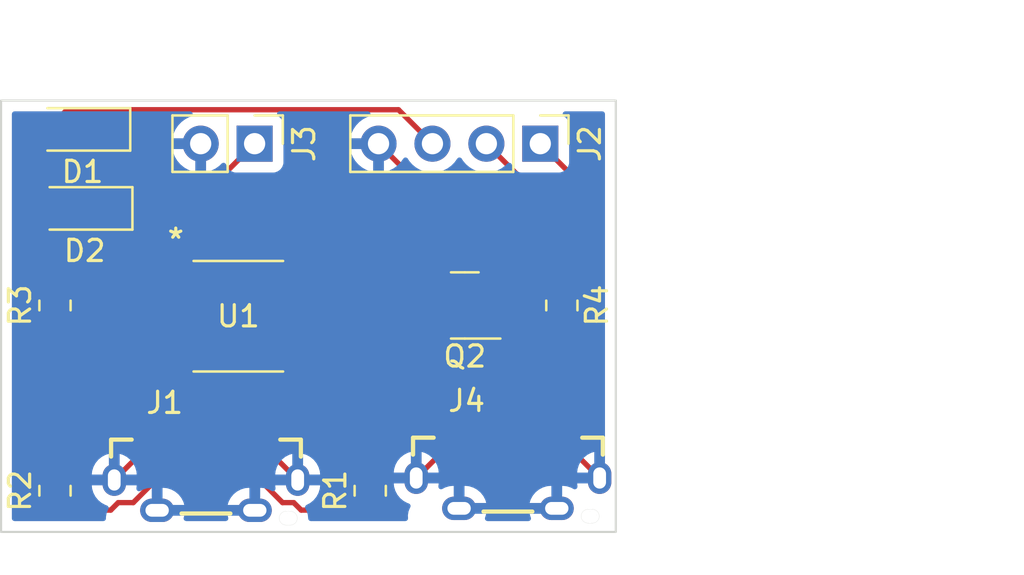
<source format=kicad_pcb>
(kicad_pcb (version 20211014) (generator pcbnew)
  (layers (0 "F.Cu" signal) (31 "B.Cu" signal) (34 "B.Paste" user) (35 "F.Paste" user) (36 "B.SilkS" user "B.Silkscreen") (37 "F.SilkS" user "F.Silkscreen") (38 "B.Mask" user) (39 "F.Mask" user) (44 "Edge.Cuts" user))
  (net 0 "")
  (net 1 "Net-(D1-Pad1)")
  (net 2 "GPIO1")
  (net 3 "Net-(D2-Pad2)")
  (net 4 "GND")
  (net 5 "GPIO0")
  (net 6 "Net-(J1-PadA9)")
  (net 7 "+5V")
  (net 8 "Net-(Q2-Pad1)")
  (net 11 "Net-(J1-PadA5)")
  (net 12 "Net-(J1-PadB5)")
  (footprint "Resistor_SMD:R_0805_2012Metric" (layer "F.Cu") (at 125.593 84.42 90)
    (fp_text reference "R1" (at 0 -1.65 90) (layer "F.SilkS"))
    (fp_text value "5k1")
    (fp_line (start -0.227064 0.735) (end 0.227064 0.735) (layer "F.SilkS") (width 0.12))
    (fp_line (start -0.227064 -0.735) (end 0.227064 -0.735) (layer "F.SilkS") (width 0.12))
    (pad "1" smd roundrect (at -0.9125 0 90) (size 1.025 1.4) (layers "F.Cu" "F.Paste" "F.Mask") (roundrect_rratio 0.243902) (net 12 "Net-(J1-PadB5)"))
    (pad "2" smd roundrect (at 0.9125 0 90) (size 1.025 1.4) (layers "F.Cu" "F.Paste" "F.Mask") (roundrect_rratio 0.243902) (net 4 "GND"))
  )
  (footprint "Resistor_SMD:R_0805_2012Metric" (layer "F.Cu") (at 134.62 75.692 -90)
    (fp_text reference "R4" (at 0 -1.65 -90) (layer "F.SilkS"))
    (fp_text value "100k")
    (fp_line (start -0.227064 -0.735) (end 0.227064 -0.735) (layer "F.SilkS") (width 0.12))
    (fp_line (start -0.227064 0.735) (end 0.227064 0.735) (layer "F.SilkS") (width 0.12))
    (pad "1" smd roundrect (at -0.9125 0 270) (size 1.025 1.4) (layers "F.Cu" "F.Paste" "F.Mask") (roundrect_rratio 0.243902) (net 5 "GPIO0"))
    (pad "2" smd roundrect (at 0.9125 0 270) (size 1.025 1.4) (layers "F.Cu" "F.Paste" "F.Mask") (roundrect_rratio 0.243902) (net 8 "Net-(Q2-Pad1)"))
  )
  (footprint "USB4140-GF-0230-C_REV0:GCT_USB4140-GF-0230-C_REV0.4" (layer "F.Cu") (at 132.08 83.82)
    (fp_text reference "J4" (at -1.945 -3.635) (layer "F.SilkS"))
    (fp_text value "USB4140-GF-0230-C_REV0.4")
    (fp_line (start -4.47 -1.1) (end -4.47 -1.9) (layer "F.SilkS") (width 0.2))
    (fp_line (start -4.47 -1.9) (end -3.5 -1.9) (layer "F.SilkS") (width 0.2))
    (fp_line (start 4.47 -1.9) (end 4.47 -1.1) (layer "F.SilkS") (width 0.2))
    (fp_line (start -1.15 1.58) (end 1.15 1.58) (layer "F.SilkS") (width 0.2))
    (fp_line (start 3.5 -1.9) (end 4.47 -1.9) (layer "F.SilkS") (width 0.2))
    (fp_line (start 3.975 2.125) (end 3.775 2.125) (layer "Edge.Cuts") (width 0.01))
    (fp_line (start 3.775 1.475) (end 3.975 1.475) (layer "Edge.Cuts") (width 0.01))
    (fp_arc (start 3.45 1.8) (mid 3.54519 1.57019) (end 3.775 1.475) (layer "Edge.Cuts") (width 0.01))
    (fp_arc (start 4.3 1.8) (mid 4.20481 2.02981) (end 3.975 2.125) (layer "Edge.Cuts") (width 0.01))
    (fp_arc (start 3.775 2.125) (mid 3.54519 2.02981) (end 3.45 1.8) (layer "Edge.Cuts") (width 0.01))
    (fp_arc (start 3.975 1.475) (mid 4.20481 1.57019) (end 4.3 1.8) (layer "Edge.Cuts") (width 0.01))
    (pad "" np_thru_hole circle locked (at 3.875 1.8) (size 0.65 0.65) (drill 0.65) (layers *.Cu *.Mask))
    (pad "" np_thru_hole circle locked (at -3.875 1.8) (size 0.65 0.65) (drill 0.65) (layers *.Cu *.Mask))
    (pad "A5" smd rect locked (at -0.5 -1.2) (size 0.7 2) (layers "F.Cu" "F.Paste" "F.Mask"))
    (pad "A9" smd rect locked (at 1.52 -1.2) (size 0.76 2) (layers "F.Cu" "F.Paste" "F.Mask") (net 7 "+5V"))
    (pad "A12" smd rect locked (at 2.75 -1.2) (size 0.8 2) (layers "F.Cu" "F.Paste" "F.Mask") (net 4 "GND"))
    (pad "B5" smd rect locked (at 0.5 -1.2) (size 0.7 2) (layers "F.Cu" "F.Paste" "F.Mask"))
    (pad "B9" smd rect locked (at -1.52 -1.2) (size 0.76 2) (layers "F.Cu" "F.Paste" "F.Mask") (net 7 "+5V"))
    (pad "B12" smd rect locked (at -2.75 -1.2) (size 0.8 2) (layers "F.Cu" "F.Paste" "F.Mask") (net 4 "GND"))
    (pad "S1" thru_hole oval locked (at -4.32 0) (size 1.1 1.5) (drill oval 0.6 1) (layers *.Cu *.Mask) (net 4 "GND"))
    (pad "S2" thru_hole oval locked (at 4.32 0) (size 1.1 1.5) (drill oval 0.6 1) (layers *.Cu *.Mask) (net 4 "GND"))
    (pad "S3" thru_hole oval locked (at -2.3 1.43) (size 1.6 1.1) (drill oval 1.1 0.6) (layers *.Cu *.Mask) (net 4 "GND"))
    (pad "S4" thru_hole oval locked (at 2.3 1.43) (size 1.6 1.1) (drill oval 1.1 0.6) (layers *.Cu *.Mask) (net 4 "GND"))
  )
  (footprint "Connector_PinHeader_2.54mm:PinHeader_1x02_P2.54mm_Vertical" (layer "F.Cu") (at 120.147 68.072 -90)
    (fp_text reference "J3" (at 0 -2.33 90) (layer "F.SilkS"))
    (fp_text value "Conn_01x02_Male")
    (fp_line (start -1.33 1.27) (end -1.33 3.87) (layer "F.SilkS") (width 0.12))
    (fp_line (start 1.33 1.27) (end 1.33 3.87) (layer "F.SilkS") (width 0.12))
    (fp_line (start -1.33 0) (end -1.33 -1.33) (layer "F.SilkS") (width 0.12))
    (fp_line (start -1.33 -1.33) (end 0 -1.33) (layer "F.SilkS") (width 0.12))
    (fp_line (start -1.33 1.27) (end 1.33 1.27) (layer "F.SilkS") (width 0.12))
    (fp_line (start -1.33 3.87) (end 1.33 3.87) (layer "F.SilkS") (width 0.12))
    (pad "1" thru_hole rect (at 0 0 270) (size 1.7 1.7) (drill 1) (layers *.Cu *.Mask) (net 1 "Net-(D1-Pad1)"))
    (pad "2" thru_hole oval (at 0 2.54 270) (size 1.7 1.7) (drill 1) (layers *.Cu *.Mask) (net 4 "GND"))
  )
  (footprint "footprints:DMP3028LSD-13" (layer "F.Cu") (at 119.38 76.2)
    (fp_text reference "U1" (at 0 0) (layer "F.SilkS"))
    (fp_text value "DMP3028LSD-13" hide)
    (fp_text user "*" (at -2.947401 -3.6068) (layer "F.SilkS"))
    (fp_line (start -2.1082 2.6035) (end 2.1082 2.6035) (layer "F.SilkS") (width 0.12))
    (fp_line (start 2.1082 -2.6035) (end -2.1082 -2.6035) (layer "F.SilkS") (width 0.12))
    (pad "1" smd rect (at -2.693401 -1.905) (size 1.4244 0.5588) (layers "F.Cu" "F.Paste" "F.Mask") (net 6 "Net-(J1-PadA9)"))
    (pad "2" smd rect (at -2.693401 -0.635) (size 1.4244 0.5588) (layers "F.Cu" "F.Paste" "F.Mask") (net 3 "Net-(D2-Pad2)"))
    (pad "3" smd rect (at -2.693401 0.635) (size 1.4244 0.5588) (layers "F.Cu" "F.Paste" "F.Mask") (net 6 "Net-(J1-PadA9)"))
    (pad "4" smd rect (at -2.693401 1.905) (size 1.4244 0.5588) (layers "F.Cu" "F.Paste" "F.Mask") (net 3 "Net-(D2-Pad2)"))
    (pad "5" smd rect (at 2.693401 1.905) (size 1.4244 0.5588) (layers "F.Cu" "F.Paste" "F.Mask") (net 7 "+5V"))
    (pad "6" smd rect (at 2.693401 0.635) (size 1.4244 0.5588) (layers "F.Cu" "F.Paste" "F.Mask") (net 7 "+5V"))
    (pad "7" smd rect (at 2.693401 -0.635) (size 1.4244 0.5588) (layers "F.Cu" "F.Paste" "F.Mask") (net 7 "+5V"))
    (pad "8" smd rect (at 2.693401 -1.905) (size 1.4244 0.5588) (layers "F.Cu" "F.Paste" "F.Mask") (net 7 "+5V"))
  )
  (footprint "Diode_SMD:D_SOD-123" (layer "F.Cu") (at 112.039 67.398046 180)
    (fp_text reference "D1" (at 0 -2) (layer "F.SilkS"))
    (fp_text value "1N4148W")
    (fp_line (start -2.25 1) (end 1.65 1) (layer "F.SilkS") (width 0.12))
    (fp_line (start -2.25 -1) (end 1.65 -1) (layer "F.SilkS") (width 0.12))
    (fp_line (start -2.25 -1) (end -2.25 1) (layer "F.SilkS") (width 0.12))
    (pad "1" smd rect (at -1.65 0 180) (size 0.9 1.2) (layers "F.Cu" "F.Paste" "F.Mask") (net 1 "Net-(D1-Pad1)"))
    (pad "2" smd rect (at 1.65 0 180) (size 0.9 1.2) (layers "F.Cu" "F.Paste" "F.Mask") (net 2 "GPIO1"))
  )
  (footprint "Resistor_SMD:R_0805_2012Metric" (layer "F.Cu") (at 110.744 75.692 90)
    (fp_text reference "R3" (at 0 -1.65 90) (layer "F.SilkS"))
    (fp_text value "100k")
    (fp_line (start -0.227064 0.735) (end 0.227064 0.735) (layer "F.SilkS") (width 0.12))
    (fp_line (start -0.227064 -0.735) (end 0.227064 -0.735) (layer "F.SilkS") (width 0.12))
    (pad "1" smd roundrect (at -0.9125 0 90) (size 1.025 1.4) (layers "F.Cu" "F.Paste" "F.Mask") (roundrect_rratio 0.243902) (net 6 "Net-(J1-PadA9)"))
    (pad "2" smd roundrect (at 0.9125 0 90) (size 1.025 1.4) (layers "F.Cu" "F.Paste" "F.Mask") (roundrect_rratio 0.243902) (net 3 "Net-(D2-Pad2)"))
  )
  (footprint "USB4140-GF-0230-C_REV0:GCT_USB4140-GF-0230-C_REV0.4" (layer "F.Cu") (at 117.856 83.912)
    (fp_text reference "J1" (at -1.945 -3.635) (layer "F.SilkS"))
    (fp_text value "USB4140-GF-0230-C_REV0.4")
    (fp_line (start -4.47 -1.9) (end -3.5 -1.9) (layer "F.SilkS") (width 0.2))
    (fp_line (start -4.47 -1.1) (end -4.47 -1.9) (layer "F.SilkS") (width 0.2))
    (fp_line (start 3.5 -1.9) (end 4.47 -1.9) (layer "F.SilkS") (width 0.2))
    (fp_line (start -1.15 1.58) (end 1.15 1.58) (layer "F.SilkS") (width 0.2))
    (fp_line (start 4.47 -1.9) (end 4.47 -1.1) (layer "F.SilkS") (width 0.2))
    (fp_line (start 3.975 2.125) (end 3.775 2.125) (layer "Edge.Cuts") (width 0.01))
    (fp_line (start 3.775 1.475) (end 3.975 1.475) (layer "Edge.Cuts") (width 0.01))
    (fp_arc (start 4.3 1.8) (mid 4.20481 2.02981) (end 3.975 2.125) (layer "Edge.Cuts") (width 0.01))
    (fp_arc (start 3.975 1.475) (mid 4.20481 1.57019) (end 4.3 1.8) (layer "Edge.Cuts") (width 0.01))
    (fp_arc (start 3.45 1.8) (mid 3.54519 1.57019) (end 3.775 1.475) (layer "Edge.Cuts") (width 0.01))
    (fp_arc (start 3.775 2.125) (mid 3.54519 2.02981) (end 3.45 1.8) (layer "Edge.Cuts") (width 0.01))
    (pad "" np_thru_hole circle locked (at -3.875 1.8) (size 0.65 0.65) (drill 0.65) (layers *.Cu *.Mask))
    (pad "" np_thru_hole circle locked (at 3.875 1.8) (size 0.65 0.65) (drill 0.65) (layers *.Cu *.Mask))
    (pad "A5" smd rect locked (at -0.5 -1.2) (size 0.7 2) (layers "F.Cu" "F.Paste" "F.Mask") (net 11 "Net-(J1-PadA5)"))
    (pad "A9" smd rect locked (at 1.52 -1.2) (size 0.76 2) (layers "F.Cu" "F.Paste" "F.Mask") (net 6 "Net-(J1-PadA9)"))
    (pad "A12" smd rect locked (at 2.75 -1.2) (size 0.8 2) (layers "F.Cu" "F.Paste" "F.Mask") (net 4 "GND"))
    (pad "B5" smd rect locked (at 0.5 -1.2) (size 0.7 2) (layers "F.Cu" "F.Paste" "F.Mask") (net 12 "Net-(J1-PadB5)"))
    (pad "B9" smd rect locked (at -1.52 -1.2) (size 0.76 2) (layers "F.Cu" "F.Paste" "F.Mask") (net 6 "Net-(J1-PadA9)"))
    (pad "B12" smd rect locked (at -2.75 -1.2) (size 0.8 2) (layers "F.Cu" "F.Paste" "F.Mask") (net 4 "GND"))
    (pad "S1" thru_hole oval locked (at -4.32 0) (size 1.1 1.5) (drill oval 0.6 1) (layers *.Cu *.Mask) (net 4 "GND"))
    (pad "S2" thru_hole oval locked (at 4.32 0) (size 1.1 1.5) (drill oval 0.6 1) (layers *.Cu *.Mask) (net 4 "GND"))
    (pad "S3" thru_hole oval locked (at -2.3 1.43) (size 1.6 1.1) (drill oval 1.1 0.6) (layers *.Cu *.Mask) (net 4 "GND"))
    (pad "S4" thru_hole oval locked (at 2.3 1.43) (size 1.6 1.1) (drill oval 1.1 0.6) (layers *.Cu *.Mask) (net 4 "GND"))
  )
  (footprint "Resistor_SMD:R_0805_2012Metric" (layer "F.Cu") (at 110.744 84.42 90)
    (fp_text reference "R2" (at 0 -1.65 90) (layer "F.SilkS"))
    (fp_text value "5k1")
    (fp_line (start -0.227064 0.735) (end 0.227064 0.735) (layer "F.SilkS") (width 0.12))
    (fp_line (start -0.227064 -0.735) (end 0.227064 -0.735) (layer "F.SilkS") (width 0.12))
    (pad "1" smd roundrect (at -0.9125 0 90) (size 1.025 1.4) (layers "F.Cu" "F.Paste" "F.Mask") (roundrect_rratio 0.243902) (net 11 "Net-(J1-PadA5)"))
    (pad "2" smd roundrect (at 0.9125 0 90) (size 1.025 1.4) (layers "F.Cu" "F.Paste" "F.Mask") (roundrect_rratio 0.243902) (net 4 "GND"))
  )
  (footprint "Package_TO_SOT_SMD:SOT-23" (layer "F.Cu") (at 130.048 75.692 180)
    (fp_text reference "Q2" (at 0 -2.4) (layer "F.SilkS"))
    (fp_text value "MMBT3904")
    (fp_line (start 0 -1.56) (end -1.675 -1.56) (layer "F.SilkS") (width 0.12))
    (fp_line (start 0 1.56) (end 0.65 1.56) (layer "F.SilkS") (width 0.12))
    (fp_line (start 0 1.56) (end -0.65 1.56) (layer "F.SilkS") (width 0.12))
    (fp_line (start 0 -1.56) (end 0.65 -1.56) (layer "F.SilkS") (width 0.12))
    (pad "1" smd roundrect (at -0.9375 -0.95 180) (size 1.475 0.6) (layers "F.Cu" "F.Paste" "F.Mask") (net 8 "Net-(Q2-Pad1)"))
    (pad "2" smd roundrect (at -0.9375 0.95 180) (size 1.475 0.6) (layers "F.Cu" "F.Paste" "F.Mask") (net 4 "GND"))
    (pad "3" smd roundrect (at 0.9375 0 180) (size 1.475 0.6) (layers "F.Cu" "F.Paste" "F.Mask") (net 3 "Net-(D2-Pad2)"))
  )
  (footprint "Diode_SMD:D_SOD-123" (layer "F.Cu") (at 112.142 71.12 180)
    (fp_text reference "D2" (at 0 -2) (layer "F.SilkS"))
    (fp_text value "1N4148W")
    (fp_line (start -2.25 -1) (end -2.25 1) (layer "F.SilkS") (width 0.12))
    (fp_line (start -2.25 1) (end 1.65 1) (layer "F.SilkS") (width 0.12))
    (fp_line (start -2.25 -1) (end 1.65 -1) (layer "F.SilkS") (width 0.12))
    (pad "1" smd rect (at -1.65 0 180) (size 0.9 1.2) (layers "F.Cu" "F.Paste" "F.Mask") (net 1 "Net-(D1-Pad1)"))
    (pad "2" smd rect (at 1.65 0 180) (size 0.9 1.2) (layers "F.Cu" "F.Paste" "F.Mask") (net 3 "Net-(D2-Pad2)"))
  )
  (footprint "Connector_PinHeader_2.54mm:PinHeader_1x04_P2.54mm_Vertical" (layer "F.Cu") (at 133.604 68.072 -90)
    (fp_text reference "J2" (at 0 -2.33 90) (layer "F.SilkS"))
    (fp_text value "Conn_01x04_Male")
    (fp_line (start 1.33 1.27) (end 1.33 8.95) (layer "F.SilkS") (width 0.12))
    (fp_line (start -1.33 -1.33) (end 0 -1.33) (layer "F.SilkS") (width 0.12))
    (fp_line (start -1.33 0) (end -1.33 -1.33) (layer "F.SilkS") (width 0.12))
    (fp_line (start -1.33 1.27) (end 1.33 1.27) (layer "F.SilkS") (width 0.12))
    (fp_line (start -1.33 1.27) (end -1.33 8.95) (layer "F.SilkS") (width 0.12))
    (fp_line (start -1.33 8.95) (end 1.33 8.95) (layer "F.SilkS") (width 0.12))
    (pad "1" thru_hole rect (at 0 0 270) (size 1.7 1.7) (drill 1) (layers *.Cu *.Mask) (net 7 "+5V"))
    (pad "2" thru_hole oval (at 0 2.54 270) (size 1.7 1.7) (drill 1) (layers *.Cu *.Mask) (net 5 "GPIO0"))
    (pad "3" thru_hole oval (at 0 5.08 270) (size 1.7 1.7) (drill 1) (layers *.Cu *.Mask) (net 2 "GPIO1"))
    (pad "4" thru_hole oval (at 0 7.62 270) (size 1.7 1.7) (drill 1) (layers *.Cu *.Mask) (net 4 "GND"))
  )
  (gr_rect (start 108.204 66.04) (end 137.16 86.36) (layer "Edge.Cuts") (width 0.1) (fill none))
  (segment (start 113.792 69.214) (end 113.792 71.12) (width 0.25) (layer "F.Cu") (net 1))
  (segment (start 113.889 67.598046) (end 113.689 67.398046) (width 0.25) (layer "F.Cu") (net 1))
  (segment (start 113.792 71.12) (end 117.099 71.12) (width 0.25) (layer "F.Cu") (net 1))
  (segment (start 113.792 67.501046) (end 113.792 69.214) (width 0.25) (layer "F.Cu") (net 1))
  (segment (start 117.099 71.12) (end 120.147 68.072) (width 0.25) (layer "F.Cu") (net 1))
  (segment (start 126.925046 66.473046) (end 111.314 66.473046) (width 0.25) (layer "F.Cu") (net 2))
  (segment (start 128.524 68.072) (end 126.925046 66.473046) (width 0.25) (layer "F.Cu") (net 2))
  (segment (start 111.314 66.473046) (end 110.389 67.398046) (width 0.25) (layer "F.Cu") (net 2))
  (segment (start 118.364 77.724) (end 117.983 78.105) (width 0.25) (layer "F.Cu") (net 3))
  (segment (start 126.0625 72.644) (end 121.412 72.644) (width 0.25) (layer "F.Cu") (net 3))
  (segment (start 118.618 75.438) (end 118.364 75.692) (width 0.25) (layer "F.Cu") (net 3))
  (segment (start 110.744 74.676) (end 110.744 74.718) (width 0.25) (layer "F.Cu") (net 3))
  (segment (start 112.268 73.152) (end 110.744 74.676) (width 0.25) (layer "F.Cu") (net 3))
  (segment (start 117.983 78.105) (end 116.686599 78.105) (width 0.25) (layer "F.Cu") (net 3))
  (segment (start 112.776 72.644) (end 117.348 72.644) (width 0.25) (layer "F.Cu") (net 3))
  (segment (start 129.1105 75.692) (end 126.0625 72.644) (width 0.25) (layer "F.Cu") (net 3))
  (segment (start 118.364 75.692) (end 118.364 77.724) (width 0.25) (layer "F.Cu") (net 3))
  (segment (start 112.776 72.644) (end 111.252 71.12) (width 0.25) (layer "F.Cu") (net 3))
  (segment (start 116.686599 75.565) (end 118.491 75.565) (width 0.25) (layer "F.Cu") (net 3))
  (segment (start 118.491 75.565) (end 118.618 75.438) (width 0.25) (layer "F.Cu") (net 3))
  (segment (start 117.348 72.644) (end 119.38 74.676) (width 0.25) (layer "F.Cu") (net 3))
  (segment (start 121.412 72.644) (end 119.38 74.676) (width 0.25) (layer "F.Cu") (net 3))
  (segment (start 112.268 73.152) (end 112.776 72.644) (width 0.25) (layer "F.Cu") (net 3))
  (segment (start 119.38 74.676) (end 118.618 75.438) (width 0.25) (layer "F.Cu") (net 3))
  (segment (start 111.252 71.12) (end 110.492 71.12) (width 0.25) (layer "F.Cu") (net 3))
  (segment (start 120.976 82.712) (end 122.176 83.912) (width 0.25) (layer "F.Cu") (net 4))
  (segment (start 111.1485 83.912) (end 113.536 83.912) (width 0.25) (layer "F.Cu") (net 4))
  (segment (start 125.1885 83.912) (end 125.593 83.5075) (width 0.25) (layer "F.Cu") (net 4))
  (segment (start 130.9855 73.0735) (end 125.984 68.072) (width 0.25) (layer "F.Cu") (net 4))
  (segment (start 115.106 82.712) (end 114.736 82.712) (width 0.25) (layer "F.Cu") (net 4))
  (segment (start 110.744 83.5075) (end 111.1485 83.912) (width 0.25) (layer "F.Cu") (net 4))
  (segment (start 129.33 82.62) (end 128.96 82.62) (width 0.25) (layer "F.Cu") (net 4))
  (segment (start 120.606 82.712) (end 120.976 82.712) (width 0.25) (layer "F.Cu") (net 4))
  (segment (start 135.2 82.62) (end 136.4 83.82) (width 0.25) (layer "F.Cu") (net 4))
  (segment (start 130.9855 74.742) (end 130.9855 73.0735) (width 0.25) (layer "F.Cu") (net 4))
  (segment (start 122.176 83.912) (end 125.1885 83.912) (width 0.25) (layer "F.Cu") (net 4))
  (segment (start 128.96 82.62) (end 127.76 83.82) (width 0.25) (layer "F.Cu") (net 4))
  (segment (start 114.736 82.712) (end 113.536 83.912) (width 0.25) (layer "F.Cu") (net 4))
  (segment (start 134.83 82.62) (end 135.2 82.62) (width 0.25) (layer "F.Cu") (net 4))
  (segment (start 134.62 71.628) (end 131.064 68.072) (width 0.25) (layer "F.Cu") (net 5))
  (segment (start 134.62 74.7795) (end 134.62 71.628) (width 0.25) (layer "F.Cu") (net 5))
  (segment (start 115.906 80.264) (end 119.036 80.264) (width 2) (layer "F.Cu") (net 6))
  (segment (start 114.427 75.565) (end 113.792 76.2) (width 0.25) (layer "F.Cu") (net 6))
  (segment (start 113.792 78.15) (end 115.906 80.264) (width 2) (layer "F.Cu") (net 6))
  (segment (start 113.3875 76.6045) (end 113.792 76.2) (width 0.25) (layer "F.Cu") (net 6))
  (segment (start 114.427 76.835) (end 113.792 76.2) (width 0.25) (layer "F.Cu") (net 6))
  (segment (start 110.744 76.6045) (end 113.3875 76.6045) (width 0.25) (layer "F.Cu") (net 6))
  (segment (start 113.792 74.676) (end 113.792 78.15) (width 2) (layer "F.Cu") (net 6))
  (segment (start 119.376 82.712) (end 119.376 80.604) (width 0.76) (layer "F.Cu") (net 6))
  (segment (start 116.336 82.712) (end 116.336 80.612) (width 0.76) (layer "F.Cu") (net 6))
  (segment (start 116.686599 76.835) (end 114.427 76.835) (width 0.5) (layer "F.Cu") (net 6))
  (segment (start 116.686599 74.295) (end 114.173 74.295) (width 0.5) (layer "F.Cu") (net 6))
  (segment (start 113.792 74.676) (end 113.792 76.2) (width 2) (layer "F.Cu") (net 6))
  (segment (start 119.376 80.604) (end 119.036 80.264) (width 0.25) (layer "F.Cu") (net 6))
  (segment (start 114.173 74.295) (end 113.792 74.676) (width 0.25) (layer "F.Cu") (net 6))
  (segment (start 124.079 78.105) (end 124.968 77.216) (width 0.25) (layer "F.Cu") (net 7))
  (segment (start 130.048 80.264) (end 133.604 80.264) (width 2) (layer "F.Cu") (net 7))
  (segment (start 130.56 82.62) (end 130.56 80.776) (width 0.76) (layer "F.Cu") (net 7))
  (segment (start 122.073401 78.105) (end 124.079 78.105) (width 0.5) (layer "F.Cu") (net 7))
  (segment (start 133.6 82.62) (end 133.6 80.268) (width 0.76) (layer "F.Cu") (net 7))
  (segment (start 127 80.264) (end 130.048 80.264) (width 2) (layer "F.Cu") (net 7))
  (segment (start 136.144 70.612) (end 133.604 68.072) (width 0.25) (layer "F.Cu") (net 7))
  (segment (start 134.62 80.264) (end 136.144 78.74) (width 0.25) (layer "F.Cu") (net 7))
  (segment (start 133.6 80.268) (end 133.604 80.264) (width 0.25) (layer "F.Cu") (net 7))
  (segment (start 124.587 74.295) (end 124.968 74.676) (width 0.25) (layer "F.Cu") (net 7))
  (segment (start 122.073401 74.295) (end 124.587 74.295) (width 0.5) (layer "F.Cu") (net 7))
  (segment (start 124.968 74.676) (end 124.968 77.216) (width 2) (layer "F.Cu") (net 7))
  (segment (start 124.587 76.835) (end 124.968 77.216) (width 0.25) (layer "F.Cu") (net 7))
  (segment (start 130.56 80.776) (end 130.048 80.264) (width 0.25) (layer "F.Cu") (net 7))
  (segment (start 136.144 78.74) (end 136.144 70.612) (width 0.25) (layer "F.Cu") (net 7))
  (segment (start 122.073401 75.565) (end 124.079 75.565) (width 0.5) (layer "F.Cu") (net 7))
  (segment (start 124.968 77.216) (end 124.968 78.232) (width 2) (layer "F.Cu") (net 7))
  (segment (start 133.604 80.264) (end 134.62 80.264) (width 0.25) (layer "F.Cu") (net 7))
  (segment (start 122.073401 76.835) (end 124.587 76.835) (width 0.5) (layer "F.Cu") (net 7))
  (segment (start 124.079 75.565) (end 124.968 74.676) (width 0.25) (layer "F.Cu") (net 7))
  (segment (start 124.968 78.232) (end 127 80.264) (width 2) (layer "F.Cu") (net 7))
  (segment (start 131.023 76.6045) (end 130.9855 76.642) (width 0.25) (layer "F.Cu") (net 8))
  (segment (start 134.62 76.6045) (end 131.023 76.6045) (width 0.25) (layer "F.Cu") (net 8))
  (segment (start 113.370549 85.3325) (end 113.723486 84.979563) (width 0.25) (layer "F.Cu") (net 11))
  (segment (start 117.223 84.037) (end 117.356 83.904) (width 0.25) (layer "F.Cu") (net 11))
  (segment (start 115.373563 84.037) (end 117.223 84.037) (width 0.25) (layer "F.Cu") (net 11))
  (segment (start 110.744 85.3325) (end 113.370549 85.3325) (width 0.25) (layer "F.Cu") (net 11))
  (segment (start 113.723486 84.979563) (end 114.431 84.979563) (width 0.25) (layer "F.Cu") (net 11))
  (segment (start 114.431 84.979563) (end 115.373563 84.037) (width 0.25) (layer "F.Cu") (net 11))
  (segment (start 117.356 83.904) (end 117.356 82.712) (width 0.25) (layer "F.Cu") (net 11))
  (segment (start 121.988514 84.979563) (end 121.463563 84.979563) (width 0.25) (layer "F.Cu") (net 12))
  (segment (start 118.671 84.037) (end 118.356 83.722) (width 0.25) (layer "F.Cu") (net 12))
  (segment (start 118.356 83.722) (end 118.356 82.712) (width 0.25) (layer "F.Cu") (net 12))
  (segment (start 121.463563 84.979563) (end 120.521 84.037) (width 0.25) (layer "F.Cu") (net 12))
  (segment (start 122.341451 85.3325) (end 121.988514 84.979563) (width 0.25) (layer "F.Cu") (net 12))
  (segment (start 125.593 85.3325) (end 122.341451 85.3325) (width 0.25) (layer "F.Cu") (net 12))
  (segment (start 120.521 84.037) (end 118.671 84.037) (width 0.25) (layer "F.Cu") (net 12))
  (zone (net 4) (net_name "GND") (layer "B.Cu") (connect_pads (clearance 0.508)) (min_thickness 0.254) (fill yes (thermal_gap 0.508) (thermal_bridge_width 0.508))
    (polygon (pts (xy 137.16 86.36) (xy 108.204 86.36) (xy 108.204 66.04) (xy 137.16 66.04)))
  )
)
</source>
